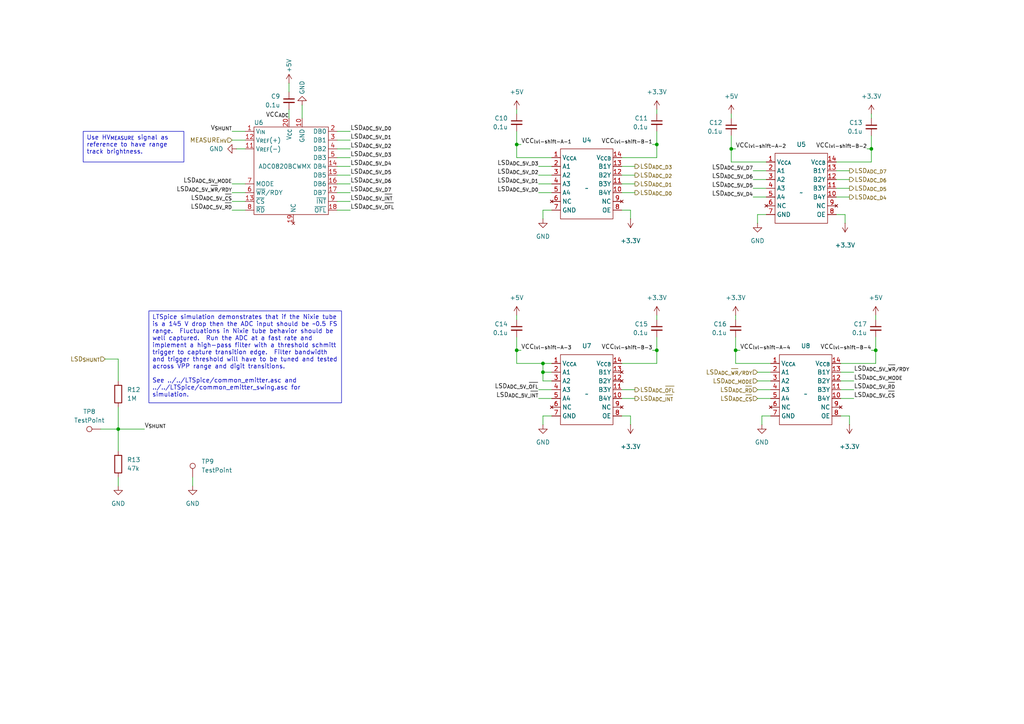
<source format=kicad_sch>
(kicad_sch (version 20231120) (generator "eeschema") (generator_version "8.0")
  (paper "A4")
  (title_block (title "Nixie Accurate Clock") (date "2024-03-24") (rev "B") (company "Paul Willis"))
  (lib_symbols
    (symbol "+3.3V_3" (power) (pin_numbers hide) (pin_names (offset 0) hide)
      (property "Value" "+3.3V" (at 0 3.556 0))
      (symbol "+3.3V_3_0_1"
        (polyline (pts (xy -0.762 1.27) (xy 0 2.54)))
        (polyline (pts (xy 0 0) (xy 0 2.54)))
        (polyline (pts (xy 0 2.54) (xy 0.762 1.27)))
      )
      (symbol "+3.3V_3_1_1"
        (pin power_in line (at 0 0 90) (length 0) (name "~") (number "1"))
      )
    )
    (symbol "+3.3V_6" (power) (pin_numbers hide) (pin_names (offset 0) hide)
      (property "Value" "+3.3V" (at 0 3.556 0))
      (symbol "+3.3V_6_0_1"
        (polyline (pts (xy -0.762 1.27) (xy 0 2.54)))
        (polyline (pts (xy 0 0) (xy 0 2.54)))
        (polyline (pts (xy 0 2.54) (xy 0.762 1.27)))
      )
      (symbol "+3.3V_6_1_1"
        (pin power_in line (at 0 0 90) (length 0) (name "~") (number "1"))
      )
    )
    (symbol "+5V_1" (power) (pin_numbers hide) (pin_names (offset 0) hide)
      (property "Value" "+5V" (at 0 3.556 0))
      (symbol "+5V_1_0_1"
        (polyline (pts (xy -0.762 1.27) (xy 0 2.54)))
        (polyline (pts (xy 0 0) (xy 0 2.54)))
        (polyline (pts (xy 0 2.54) (xy 0.762 1.27)))
      )
      (symbol "+5V_1_1_1"
        (pin power_in line (at 0 0 90) (length 0) (name "~") (number "1"))
      )
    )
    (symbol "+5V_3" (power) (pin_numbers hide) (pin_names (offset 0) hide)
      (property "Value" "+5V" (at 0 3.556 0))
      (symbol "+5V_3_0_1"
        (polyline (pts (xy -0.762 1.27) (xy 0 2.54)))
        (polyline (pts (xy 0 0) (xy 0 2.54)))
        (polyline (pts (xy 0 2.54) (xy 0.762 1.27)))
      )
      (symbol "+5V_3_1_1"
        (pin power_in line (at 0 0 90) (length 0) (name "~") (number "1"))
      )
    )
    (symbol "00_lib:ADC0820-N"
      (property "Reference" "U" (at 1.27 26.67 0))
      (property "Value" "ADC0820BCWMX" (at 8.89 13.97 0))
      (symbol "ADC0820-N_0_1"
        (rectangle (start 0 25.4) (end 21.59 0))
      )
      (symbol "ADC0820-N_1_1"
        (pin input line (at -2.54 24.13 0) (length 2.54) (name "V_{IN}") (number "1"))
        (pin power_in line (at 13.97 27.94 270) (length 2.54) (name "GND") (number "10"))
        (pin input line (at -2.54 19.05 0) (length 2.54) (name "V_{REF}(-)") (number "11"))
        (pin input line (at -2.54 21.59 0) (length 2.54) (name "V_{REF}(+)") (number "12"))
        (pin input line (at -2.54 3.81 0) (length 2.54) (name "~{CS}") (number "13"))
        (pin output line (at 24.13 13.97 180) (length 2.54) (name "DB4") (number "14"))
        (pin output line (at 24.13 11.43 180) (length 2.54) (name "DB5") (number "15"))
        (pin output line (at 24.13 8.89 180) (length 2.54) (name "DB6") (number "16"))
        (pin output line (at 24.13 6.35 180) (length 2.54) (name "DB7") (number "17"))
        (pin output line (at 24.13 1.27 180) (length 2.54) (name "~{OFL}") (number "18"))
        (pin no_connect line (at 11.43 -2.54 90) (length 2.54) (name "NC") (number "19"))
        (pin output line (at 24.13 24.13 180) (length 2.54) (name "DB0") (number "2"))
        (pin power_in line (at 10.16 27.94 270) (length 2.54) (name "V_{CC}") (number "20"))
        (pin output line (at 24.13 21.59 180) (length 2.54) (name "DB1") (number "3"))
        (pin output line (at 24.13 19.05 180) (length 2.54) (name "DB2") (number "4"))
        (pin output line (at 24.13 16.51 180) (length 2.54) (name "DB3") (number "5"))
        (pin input line (at -2.54 6.35 0) (length 2.54) (name "~{WR}/RDY") (number "6"))
        (pin input line (at -2.54 8.89 0) (length 2.54) (name "MODE") (number "7"))
        (pin input line (at -2.54 1.27 0) (length 2.54) (name "~{RD}") (number "8"))
        (pin output line (at 24.13 3.81 180) (length 2.54) (name "~{INT}") (number "9"))
      )
    )
    (symbol "00_lib:TXU0104PWR"
      (property "Reference" "U" (at -7.62 11.43 0))
      (symbol "TXU0104PWR_0_1"
        (rectangle (start -7.62 10.16) (end 7.62 -10.16))
      )
      (symbol "TXU0104PWR_1_1"
        (pin power_in line (at -10.16 7.62 0) (length 2.54) (name "V_{CCA}") (number "1"))
        (pin output line (at 10.16 -2.54 180) (length 2.54) (name "B4Y") (number "10"))
        (pin output line (at 10.16 0 180) (length 2.54) (name "B3Y") (number "11"))
        (pin output line (at 10.16 2.54 180) (length 2.54) (name "B2Y") (number "12"))
        (pin output line (at 10.16 5.08 180) (length 2.54) (name "B1Y") (number "13"))
        (pin power_in line (at 10.16 7.62 180) (length 2.54) (name "V_{CCB}") (number "14"))
        (pin input line (at -10.16 5.08 0) (length 2.54) (name "A1") (number "2"))
        (pin input line (at -10.16 2.54 0) (length 2.54) (name "A2") (number "3"))
        (pin input line (at -10.16 0 0) (length 2.54) (name "A3") (number "4"))
        (pin input line (at -10.16 -2.54 0) (length 2.54) (name "A4") (number "5"))
        (pin no_connect line (at -10.16 -5.08 0) (length 2.54) (name "NC") (number "6"))
        (pin power_in line (at -10.16 -7.62 0) (length 2.54) (name "GND") (number "7"))
        (pin input line (at 10.16 -7.62 180) (length 2.54) (name "OE") (number "8"))
        (pin no_connect line (at 10.16 -5.08 180) (length 2.54) (name "NC") (number "9"))
      )
    )
    (symbol "C_Small_5" (pin_numbers hide) (pin_names (offset 0.254) hide)
      (property "Reference" "C9" (at -2.54 1.2637 0))
      (property "Value" "0.1u" (at -2.54 -1.2763 0))
      (symbol "C_Small_5_0_1"
        (polyline (pts (xy -1.524 -0.508) (xy 1.524 -0.508)) (stroke (width 0.3302)))
        (polyline (pts (xy -1.524 0.508) (xy 1.524 0.508)) (stroke (width 0.3048)))
      )
      (symbol "C_Small_5_1_1"
        (pin passive line (at 0 2.54 270) (length 2.032) (name "~") (number "1"))
        (pin power_out line (at 0 -2.54 90) (length 2.032) (name "~") (number "2"))
      )
    )
    (symbol "Connector:TestPoint" (pin_numbers hide) (pin_names (offset 0.762) hide)
      (property "Reference" "TP" (at 0 6.858 0))
      (property "Value" "TestPoint" (at 0 5.08 0))
      (symbol "TestPoint_0_1"
        (circle (center 0 3.302) (radius 0.762))
      )
      (symbol "TestPoint_1_1"
        (pin passive line (at 0 0 90) (length 2.54) (name "1") (number "1"))
      )
    )
    (symbol "Device:R" (pin_numbers hide) (pin_names (offset 0))
      (property "Reference" "R" (at 2.032 0 90))
      (property "Value" "R" (at 0 0 90))
      (symbol "R_0_1"
        (rectangle (start -1.016 -2.54) (end 1.016 2.54) (stroke (width 0.254)))
      )
      (symbol "R_1_1"
        (pin passive line (at 0 3.81 270) (length 1.27) (name "~") (number "1"))
        (pin passive line (at 0 -3.81 90) (length 1.27) (name "~") (number "2"))
      )
    )
    (symbol "GND_1" (power) (pin_numbers hide) (pin_names (offset 0) hide)
      (property "Value" "GND" (at 0 -3.81 0))
      (symbol "GND_1_0_1"
        (polyline (pts (xy 0 0) (xy 0 -1.27) (xy 1.27 -1.27) (xy 0 -2.54) (xy -1.27 -1.27) (xy 0 -1.27)))
      )
      (symbol "GND_1_1_1"
        (pin power_in line (at 0 0 270) (length 0) (name "~") (number "1"))
      )
    )
    (symbol "GND_5" (power) (pin_numbers hide) (pin_names (offset 0) hide)
      (property "Value" "GND" (at 0 -3.81 0))
      (symbol "GND_5_0_1"
        (polyline (pts (xy 0 0) (xy 0 -1.27) (xy 1.27 -1.27) (xy 0 -2.54) (xy -1.27 -1.27) (xy 0 -1.27)))
      )
      (symbol "GND_5_1_1"
        (pin power_in line (at 0 0 270) (length 0) (name "~") (number "1"))
      )
    )
    (symbol "TXU0104PWR_1"
      (property "Reference" "U9" (at 0 12.7 0))
      (property "Value" "~" (at 0 -1.27 0))
      (symbol "TXU0104PWR_1_0_1"
        (rectangle (start -7.62 10.16) (end 7.62 -10.16))
      )
      (symbol "TXU0104PWR_1_1_1"
        (pin power_in line (at -10.16 7.62 0) (length 2.54) (name "V_{CCA}") (number "1"))
        (pin output line (at 10.16 -2.54 180) (length 2.54) (name "B4Y") (number "10"))
        (pin output line (at 10.16 0 180) (length 2.54) (name "B3Y") (number "11"))
        (pin no_connect line (at 10.16 2.54 180) (length 2.54) (name "B2Y") (number "12"))
        (pin no_connect line (at 10.16 5.08 180) (length 2.54) (name "B1Y") (number "13"))
        (pin power_in line (at 10.16 7.62 180) (length 2.54) (name "V_{CCB}") (number "14"))
        (pin input line (at -10.16 5.08 0) (length 2.54) (name "A1") (number "2"))
        (pin input line (at -10.16 2.54 0) (length 2.54) (name "A2") (number "3"))
        (pin input line (at -10.16 0 0) (length 2.54) (name "A3") (number "4"))
        (pin input line (at -10.16 -2.54 0) (length 2.54) (name "A4") (number "5"))
        (pin no_connect line (at -10.16 -5.08 0) (length 2.54) (name "NC") (number "6"))
        (pin power_in line (at -10.16 -7.62 0) (length 2.54) (name "GND") (number "7"))
        (pin input line (at 10.16 -7.62 180) (length 2.54) (name "OE") (number "8"))
        (pin no_connect line (at 10.16 -5.08 180) (length 2.54) (name "NC") (number "9"))
      )
    )
    (symbol "power:+3.3V" (power) (pin_numbers hide) (pin_names (offset 0) hide)
      (property "Value" "+3.3V" (at 0 3.556 0))
      (symbol "+3.3V_0_1"
        (polyline (pts (xy -0.762 1.27) (xy 0 2.54)))
        (polyline (pts (xy 0 0) (xy 0 2.54)))
        (polyline (pts (xy 0 2.54) (xy 0.762 1.27)))
      )
      (symbol "+3.3V_1_1"
        (pin power_in line (at 0 0 90) (length 0) (name "~") (number "1"))
      )
    )
    (symbol "power:+5V" (power) (pin_numbers hide) (pin_names (offset 0) hide)
      (property "Value" "+5V" (at 0 3.556 0))
      (symbol "+5V_0_1"
        (polyline (pts (xy -0.762 1.27) (xy 0 2.54)))
        (polyline (pts (xy 0 0) (xy 0 2.54)))
        (polyline (pts (xy 0 2.54) (xy 0.762 1.27)))
      )
      (symbol "+5V_1_1"
        (pin power_in line (at 0 0 90) (length 0) (name "~") (number "1"))
      )
    )
    (symbol "power:GND" (power) (pin_numbers hide) (pin_names (offset 0) hide)
      (property "Value" "GND" (at 0 -3.81 0))
      (symbol "GND_0_1"
        (polyline (pts (xy 0 0) (xy 0 -1.27) (xy 1.27 -1.27) (xy 0 -2.54) (xy -1.27 -1.27) (xy 0 -1.27)))
      )
      (symbol "GND_1_1"
        (pin power_in line (at 0 0 270) (length 0) (name "~") (number "1"))
      )
    )
  )
  (junction (at 157.48 105.41))
  (junction (at 190.5 101.6))
  (junction (at 149.86 41.91))
  (junction (at 190.5 41.91))
  (junction (at 157.48 107.95))
  (junction (at 254 101.6))
  (junction (at 149.86 101.6))
  (junction (at 212.09 43.18))
  (junction (at 34.29 124.46))
  (junction (at 213.36 101.6))
  (junction (at 252.73 43.18))
  (wire (pts (xy 157.48 60.96) (xy 160.02 60.96)))
  (wire (pts (xy 254 91.44) (xy 254 92.71)))
  (wire (pts (xy 190.5 45.72) (xy 180.34 45.72)))
  (wire (pts (xy 213.36 101.6) (xy 213.36 105.41)))
  (wire (pts (xy 34.29 118.11) (xy 34.29 124.46)))
  (wire (pts (xy 182.88 63.5) (xy 182.88 60.96)))
  (wire (pts (xy 190.5 91.44) (xy 190.5 92.71)))
  (wire (pts (xy 97.79 45.72) (xy 101.6 45.72)))
  (wire (pts (xy 247.65 115.57) (xy 243.84 115.57)))
  (wire (pts (xy 30.48 104.14) (xy 34.29 104.14)))
  (wire (pts (xy 254 101.6) (xy 254 105.41)))
  (wire (pts (xy 252.73 33.02) (xy 252.73 34.29)))
  (wire (pts (xy 156.21 55.88) (xy 160.02 55.88)))
  (wire (pts (xy 67.31 53.34) (xy 71.12 53.34)))
  (wire (pts (xy 243.84 107.95) (xy 247.65 107.95)))
  (wire (pts (xy 67.31 40.64) (xy 71.12 40.64)))
  (wire (pts (xy 218.44 52.07) (xy 222.25 52.07)))
  (wire (pts (xy 212.09 39.37) (xy 212.09 43.18)))
  (wire (pts (xy 212.09 43.18) (xy 212.09 46.99)))
  (wire (pts (xy 246.38 120.65) (xy 243.84 120.65)))
  (wire (pts (xy 149.86 41.91) (xy 149.86 45.72)))
  (wire (pts (xy 83.82 31.75) (xy 83.82 34.29)))
  (wire (pts (xy 67.31 60.96) (xy 71.12 60.96)))
  (wire (pts (xy 149.86 31.75) (xy 149.86 33.02)))
  (wire (pts (xy 190.5 101.6) (xy 190.5 105.41)))
  (wire (pts (xy 214.63 101.6) (xy 213.36 101.6)))
  (wire (pts (xy 189.23 101.6) (xy 190.5 101.6)))
  (wire (pts (xy 156.21 53.34) (xy 160.02 53.34)))
  (wire (pts (xy 157.48 63.5) (xy 157.48 60.96)))
  (wire (pts (xy 156.21 50.8) (xy 160.02 50.8)))
  (wire (pts (xy 34.29 124.46) (xy 41.91 124.46)))
  (wire (pts (xy 34.29 104.14) (xy 34.29 110.49)))
  (wire (pts (xy 149.86 97.79) (xy 149.86 101.6)))
  (wire (pts (xy 149.86 101.6) (xy 149.86 105.41)))
  (wire (pts (xy 182.88 60.96) (xy 180.34 60.96)))
  (wire (pts (xy 190.5 41.91) (xy 190.5 45.72)))
  (wire (pts (xy 220.98 123.19) (xy 220.98 120.65)))
  (wire (pts (xy 252.73 39.37) (xy 252.73 43.18)))
  (wire (pts (xy 222.25 46.99) (xy 212.09 46.99)))
  (wire (pts (xy 149.86 105.41) (xy 157.48 105.41)))
  (wire (pts (xy 242.57 52.07) (xy 246.38 52.07)))
  (wire (pts (xy 223.52 105.41) (xy 213.36 105.41)))
  (wire (pts (xy 219.71 110.49) (xy 223.52 110.49)))
  (wire (pts (xy 97.79 50.8) (xy 101.6 50.8)))
  (wire (pts (xy 34.29 138.43) (xy 34.29 140.97)))
  (wire (pts (xy 160.02 45.72) (xy 149.86 45.72)))
  (wire (pts (xy 156.21 115.57) (xy 160.02 115.57)))
  (wire (pts (xy 245.11 64.77) (xy 245.11 62.23)))
  (wire (pts (xy 160.02 105.41) (xy 157.48 105.41)))
  (wire (pts (xy 190.5 31.75) (xy 190.5 33.02)))
  (wire (pts (xy 180.34 53.34) (xy 184.15 53.34)))
  (wire (pts (xy 251.46 43.18) (xy 252.73 43.18)))
  (wire (pts (xy 157.48 107.95) (xy 160.02 107.95)))
  (wire (pts (xy 218.44 54.61) (xy 222.25 54.61)))
  (wire (pts (xy 219.71 107.95) (xy 223.52 107.95)))
  (wire (pts (xy 213.36 91.44) (xy 213.36 92.71)))
  (wire (pts (xy 218.44 57.15) (xy 222.25 57.15)))
  (wire (pts (xy 151.13 41.91) (xy 149.86 41.91)))
  (wire (pts (xy 252.73 101.6) (xy 254 101.6)))
  (wire (pts (xy 252.73 46.99) (xy 242.57 46.99)))
  (wire (pts (xy 97.79 55.88) (xy 101.6 55.88)))
  (wire (pts (xy 97.79 53.34) (xy 101.6 53.34)))
  (wire (pts (xy 156.21 48.26) (xy 160.02 48.26)))
  (wire (pts (xy 180.34 113.03) (xy 184.15 113.03)))
  (wire (pts (xy 55.88 140.97) (xy 55.88 138.43)))
  (wire (pts (xy 190.5 105.41) (xy 180.34 105.41)))
  (wire (pts (xy 180.34 50.8) (xy 184.15 50.8)))
  (wire (pts (xy 180.34 55.88) (xy 184.15 55.88)))
  (wire (pts (xy 190.5 97.79) (xy 190.5 101.6)))
  (wire (pts (xy 180.34 48.26) (xy 184.15 48.26)))
  (wire (pts (xy 97.79 48.26) (xy 101.6 48.26)))
  (wire (pts (xy 97.79 43.18) (xy 101.6 43.18)))
  (wire (pts (xy 97.79 38.1) (xy 101.6 38.1)))
  (wire (pts (xy 242.57 57.15) (xy 246.38 57.15)))
  (wire (pts (xy 151.13 101.6) (xy 149.86 101.6)))
  (wire (pts (xy 243.84 110.49) (xy 247.65 110.49)))
  (wire (pts (xy 157.48 123.19) (xy 157.48 120.65)))
  (wire (pts (xy 34.29 124.46) (xy 34.29 130.81)))
  (wire (pts (xy 156.21 113.03) (xy 160.02 113.03)))
  (wire (pts (xy 252.73 43.18) (xy 252.73 46.99)))
  (wire (pts (xy 67.31 58.42) (xy 71.12 58.42)))
  (wire (pts (xy 87.63 30.48) (xy 87.63 34.29)))
  (wire (pts (xy 182.88 120.65) (xy 180.34 120.65)))
  (wire (pts (xy 212.09 33.02) (xy 212.09 34.29)))
  (wire (pts (xy 218.44 49.53) (xy 222.25 49.53)))
  (wire (pts (xy 67.31 55.88) (xy 71.12 55.88)))
  (wire (pts (xy 219.71 62.23) (xy 222.25 62.23)))
  (wire (pts (xy 219.71 113.03) (xy 223.52 113.03)))
  (wire (pts (xy 220.98 120.65) (xy 223.52 120.65)))
  (wire (pts (xy 180.34 115.57) (xy 184.15 115.57)))
  (wire (pts (xy 213.36 97.79) (xy 213.36 101.6)))
  (wire (pts (xy 149.86 38.1) (xy 149.86 41.91)))
  (wire (pts (xy 219.71 64.77) (xy 219.71 62.23)))
  (wire (pts (xy 242.57 49.53) (xy 246.38 49.53)))
  (wire (pts (xy 157.48 107.95) (xy 157.48 105.41)))
  (wire (pts (xy 101.6 58.42) (xy 97.79 58.42)))
  (wire (pts (xy 68.58 43.18) (xy 71.12 43.18)))
  (wire (pts (xy 83.82 24.13) (xy 83.82 26.67)))
  (wire (pts (xy 219.71 115.57) (xy 223.52 115.57)))
  (wire (pts (xy 246.38 123.19) (xy 246.38 120.65)))
  (wire (pts (xy 254 105.41) (xy 243.84 105.41)))
  (wire (pts (xy 190.5 38.1) (xy 190.5 41.91)))
  (wire (pts (xy 97.79 40.64) (xy 101.6 40.64)))
  (wire (pts (xy 189.23 41.91) (xy 190.5 41.91)))
  (wire (pts (xy 182.88 123.19) (xy 182.88 120.65)))
  (wire (pts (xy 242.57 54.61) (xy 246.38 54.61)))
  (wire (pts (xy 213.36 43.18) (xy 212.09 43.18)))
  (wire (pts (xy 245.11 62.23) (xy 242.57 62.23)))
  (wire (pts (xy 243.84 113.03) (xy 247.65 113.03)))
  (wire (pts (xy 157.48 120.65) (xy 160.02 120.65)))
  (wire (pts (xy 254 97.79) (xy 254 101.6)))
  (wire (pts (xy 67.31 38.1) (xy 71.12 38.1)))
  (wire (pts (xy 29.21 124.46) (xy 34.29 124.46)))
  (wire (pts (xy 157.48 110.49) (xy 160.02 110.49)))
  (wire (pts (xy 97.79 60.96) (xy 101.6 60.96)))
  (wire (pts (xy 157.48 110.49) (xy 157.48 107.95)))
  (wire (pts (xy 149.86 91.44) (xy 149.86 92.71)))
  (text_box "Use HV_{MEASURE} signal as reference to have range track brightness." (at 24.13 38.1 0) (size 29.21 8.89) (effects (font (size 1.27 1.27)) (justify left top)))
  (text_box "LTSpice simulation demonstrates that if the Nixie tube is a 145 V drop then the ADC input should be ~0.5 FS range.  Fluctuations in Nixie tube behavior should be well captured.  Run the ADC at a fast rate and implement a high-pass filter with a threshold schmitt trigger to capture transition edge.  Filter bandwidth and trigger threshold will have to be tuned and tested across VPP range and digit transitions.\n\nSee ../../LTSpice/common_emitter.asc and ../../LTSpice/common_emitter_swing.asc for simulation." (at 43.18 90.17 0) (size 55.88 26.67) (effects (font (size 1.27 1.27)) (justify left top)))
  (label "LSD_{ADC_5V_~{RD}}" (at 247.65 113.03 0))
  (label "LSD_{ADC_5V_D6}" (at 101.6 53.34 0))
  (label "LSD_{ADC_5V_D1}" (at 156.21 53.34 180))
  (label "LSD_{ADC_5V_MODE}" (at 67.31 53.34 180))
  (label "LSD_{ADC_5V_D2}" (at 101.6 43.18 0))
  (label "LSD_{ADC_5V_~{OFL}}" (at 101.6 60.96 0))
  (label "VCC_{lvl-shift-B-1}" (at 189.23 41.91 180))
  (label "LSD_{ADC_5V_D2}" (at 156.21 50.8 180))
  (label "VCC_{lvl-shift-B-2}" (at 251.46 43.18 180))
  (label "LSD_{ADC_5V_~{CS}}" (at 247.65 115.57 0))
  (label "LSD_{ADC_5V_D5}" (at 101.6 50.8 0))
  (label "LSD_{ADC_5V_D0}" (at 156.21 55.88 180))
  (label "LSD_{ADC_5V_D0}" (at 101.6 38.1 0))
  (label "V_{SHUNT}" (at 41.91 124.46 0))
  (label "VCC_{lvl-shift-A-3}" (at 151.13 101.6 0))
  (label "VCC_{lvl-shift-B-4}" (at 252.73 101.6 180))
  (label "LSD_{ADC_5V_D6}" (at 218.44 52.07 180))
  (label "VCC_{lvl-shift-A-4}" (at 214.63 101.6 0))
  (label "LSD_{ADC_5V_D3}" (at 156.21 48.26 180))
  (label "LSD_{ADC_5V_D7}" (at 101.6 55.88 0))
  (label "LSD_{ADC_5V_D4}" (at 101.6 48.26 0))
  (label "LSD_{ADC_5V_~{WR}{slash}RDY}" (at 67.31 55.88 180))
  (label "LSD_{ADC_5V_~{CS}}" (at 67.31 58.42 180))
  (label "LSD_{ADC_5V_D5}" (at 218.44 54.61 180))
  (label "VCC_{lvl-shift-B-3}" (at 189.23 101.6 180))
  (label "LSD_{ADC_5V_D4}" (at 218.44 57.15 180))
  (label "VCC_{lvl-shift-A-2}" (at 213.36 43.18 0))
  (label "LSD_{ADC_5V_MODE}" (at 247.65 110.49 0))
  (label "VCC_{lvl-shift-A-1}" (at 151.13 41.91 0))
  (label "LSD_{ADC_5V_~{INT}}" (at 156.21 115.57 180))
  (label "LSD_{ADC_5V_~{RD}}" (at 67.31 60.96 180))
  (label "LSD_{ADC_5V_D1}" (at 101.6 40.64 0))
  (label "V_{SHUNT}" (at 67.31 38.1 180))
  (label "LSD_{ADC_5V_~{WR}{slash}RDY}" (at 247.65 107.95 0))
  (label "LSD_{ADC_5V_~{INT}}" (at 101.6 58.42 0))
  (label "LSD_{ADC_5V_~{OFL}}" (at 156.21 113.03 180))
  (label "LSD_{ADC_5V_D7}" (at 218.44 49.53 180))
  (label "LSD_{ADC_5V_D3}" (at 101.6 45.72 0))
  (label "VCC_{ADC}" (at 83.82 34.29 180))
  (hierarchical_label "LSD_{ADC_~{OFL}}" (shape output) (at 184.15 113.03 0))
  (hierarchical_label "MEASURE_{HV}" (shape input) (at 67.31 40.64 180))
  (hierarchical_label "LSD_{ADC_D6}" (shape output) (at 246.38 52.07 0))
  (hierarchical_label "LSD_{ADC_~{CS}}" (shape input) (at 219.71 115.57 180))
  (hierarchical_label "LSD_{ADC_D1}" (shape output) (at 184.15 53.34 0))
  (hierarchical_label "LSD_{ADC_~{RD}}" (shape input) (at 219.71 113.03 180))
  (hierarchical_label "LSD_{ADC_D2}" (shape output) (at 184.15 50.8 0))
  (hierarchical_label "LSD_{ADC_D5}" (shape output) (at 246.38 54.61 0))
  (hierarchical_label "LSD_{ADC_~{WR}{slash}RDY}" (shape input) (at 219.71 107.95 180))
  (hierarchical_label "LSD_{ADC_MODE}" (shape input) (at 219.71 110.49 180))
  (hierarchical_label "LSD_{SHUNT}" (shape input) (at 30.48 104.14 180))
  (hierarchical_label "LSD_{ADC_D7}" (shape output) (at 246.38 49.53 0))
  (hierarchical_label "LSD_{ADC_D4}" (shape output) (at 246.38 57.15 0))
  (hierarchical_label "LSD_{ADC_D3}" (shape output) (at 184.15 48.26 0))
  (hierarchical_label "LSD_{ADC_~{INT}}" (shape output) (at 184.15 115.57 0))
  (hierarchical_label "LSD_{ADC_D0}" (shape output) (at 184.15 55.88 0))
  (symbol (lib_name "C_Small_5") (lib_id "Device:C_Small") (at 83.82 29.21 0) (unit 1)
    (property "Reference" "C9" (at 81.28 27.9463 0) (effects (justify right)))
    (property "Value" "0.1u" (at 81.28 30.4863 0) (effects (justify right)))
    (property "Footprint" "Capacitor_SMD:C_0603_1608Metric" (effects (hide yes)))
    (property "Datasheet" "https://mm.digikey.com/Volume0/opasdata/d220001/medias/docus/609/CL10A105KA8NNNC_Spec.pdf" (effects (hide yes)))
    (property "Description" "Unpolarized capacitor, small symbol" (effects (hide yes)))
    (property "Model" "CL10B104KB8NNWC" (effects (hide yes)))
    (property "Price" "0.10" (effects (hide yes)))
    (property "Digikey link" "https://www.digikey.com/en/products/detail/samsung-electro-mechanics/CL10A105KA8NNNC/3886760" (effects (hide yes)))
    (property "Mouser link" "https://www.mouser.com/ProductDetail/Samsung-Electro-Mechanics/CL10A105KA8NNNC?qs=hqM3L16%252BxldY%252BnK4KzDJVg%3D%3D" (effects (hide yes)))
  )
  (symbol (lib_name "C_Small_5") (lib_id "Device:C_Small") (at 190.5 95.25 0) (unit 1)
    (property "Reference" "C15" (at 187.96 93.9863 0) (effects (justify right)))
    (property "Value" "0.1u" (at 187.96 96.5263 0) (effects (justify right)))
    (property "Footprint" "Capacitor_SMD:C_0603_1608Metric" (effects (hide yes)))
    (property "Datasheet" "https://mm.digikey.com/Volume0/opasdata/d220001/medias/docus/609/CL10A105KA8NNNC_Spec.pdf" (effects (hide yes)))
    (property "Description" "Unpolarized capacitor, small symbol" (effects (hide yes)))
    (property "Model" "CL10B104KB8NNWC" (effects (hide yes)))
    (property "Price" "0.10" (effects (hide yes)))
    (property "Digikey link" "https://www.digikey.com/en/products/detail/samsung-electro-mechanics/CL10A105KA8NNNC/3886760" (effects (hide yes)))
    (property "Mouser link" "https://www.mouser.com/ProductDetail/Samsung-Electro-Mechanics/CL10A105KA8NNNC?qs=hqM3L16%252BxldY%252BnK4KzDJVg%3D%3D" (effects (hide yes)))
  )
  (symbol (lib_id "power:+3.3V") (at 182.88 123.19 180) (unit 1)
    (property "Reference" "#PWR096" (effects (hide yes)))
    (property "Value" "+3.3V" (at 182.88 129.54 0))
    (property "Description" "Power symbol creates a global label with name \"+3.3V\"" (effects (hide yes)))
  )
  (symbol (lib_name "C_Small_5") (lib_id "Device:C_Small") (at 212.09 36.83 0) (unit 1)
    (property "Reference" "C12" (at 209.55 35.5663 0) (effects (justify right)))
    (property "Value" "0.1u" (at 209.55 38.1063 0) (effects (justify right)))
    (property "Footprint" "Capacitor_SMD:C_0603_1608Metric" (effects (hide yes)))
    (property "Datasheet" "https://mm.digikey.com/Volume0/opasdata/d220001/medias/docus/609/CL10A105KA8NNNC_Spec.pdf" (effects (hide yes)))
    (property "Description" "Unpolarized capacitor, small symbol" (effects (hide yes)))
    (property "Model" "CL10B104KB8NNWC" (effects (hide yes)))
    (property "Price" "0.10" (effects (hide yes)))
    (property "Digikey link" "https://www.digikey.com/en/products/detail/samsung-electro-mechanics/CL10A105KA8NNNC/3886760" (effects (hide yes)))
    (property "Mouser link" "https://www.mouser.com/ProductDetail/Samsung-Electro-Mechanics/CL10A105KA8NNNC?qs=hqM3L16%252BxldY%252BnK4KzDJVg%3D%3D" (effects (hide yes)))
  )
  (symbol (lib_id "Device:R") (at 34.29 114.3 180) (unit 1)
    (property "Reference" "R12" (at 36.83 113.03 0) (effects (justify right)))
    (property "Value" "1M" (at 36.83 115.57 0) (effects (justify right)))
    (property "Footprint" "Resistor_SMD:R_0603_1608Metric" (effects (hide yes)))
    (property "Datasheet" "https://www.seielect.com/catalog/sei-rmcf_rmcp.pdf" (effects (hide yes)))
    (property "Description" "Resistor" (effects (hide yes)))
    (property "Model" "RMCF0603FT1M00" (effects (hide yes)))
    (property "Price" "0.10" (effects (hide yes)))
    (property "Digikey link" "https://www.digikey.com/en/products/detail/stackpole-electronics-inc/RMCF0603FT1M00/1761036" (effects (hide yes)))
    (property "Mouser link" "https://www.mouser.com/ProductDetail/SEI-Stackpole/RMCF0603FT1M00?qs=FESYatJ8odJNClY0wUC1cg%3D%3D" (effects (hide yes)))
  )
  (symbol (lib_name "+3.3V_3") (lib_id "power:+3.3V") (at 190.5 31.75 0) (unit 1)
    (property "Reference" "#PWR083" (effects (hide yes)))
    (property "Value" "+3.3V" (at 190.5 26.67 0))
    (property "Description" "Power symbol creates a global label with name \"+3.3V\"" (effects (hide yes)))
  )
  (symbol (lib_name "GND_1") (lib_id "power:GND") (at 34.29 140.97 0) (unit 1)
    (property "Reference" "#PWR099" (effects (hide yes)))
    (property "Value" "GND" (at 34.29 146.05 0))
    (property "Description" "Power symbol creates a global label with name \"GND\" , ground" (effects (hide yes)))
  )
  (symbol (lib_id "power:GND") (at 87.63 30.48 180) (unit 1)
    (property "Reference" "#PWR081" (effects (hide yes)))
    (property "Value" "GND" (at 87.63 25.4 90))
    (property "Description" "Power symbol creates a global label with name \"GND\" , ground" (effects (hide yes)))
  )
  (symbol (lib_id "power:+5V") (at 149.86 91.44 0) (unit 1)
    (property "Reference" "#PWR091" (effects (hide yes)))
    (property "Value" "+5V" (at 149.86 86.36 0))
    (property "Description" "Power symbol creates a global label with name \"+5V\"" (effects (hide yes)))
  )
  (symbol (lib_id "power:GND") (at 157.48 63.5 0) (unit 1)
    (property "Reference" "#PWR087" (effects (hide yes)))
    (property "Value" "GND" (at 157.48 68.58 0))
    (property "Description" "Power symbol creates a global label with name \"GND\" , ground" (effects (hide yes)))
  )
  (symbol (lib_id "Connector:TestPoint") (at 29.21 124.46 90) (unit 1)
    (property "Reference" "TP8" (at 25.908 119.38 90))
    (property "Value" "TestPoint" (at 25.908 121.92 90))
    (property "Footprint" "00_lib:TestPoint_Keystone_5019_Minature" (effects (hide yes)))
    (property "Datasheet" "https://www.mouser.com/datasheet/2/215/019-743690.pdf" (effects (hide yes)))
    (property "Description" "test point" (effects (hide yes)))
    (property "Model" "5019" (effects (hide yes)))
    (property "Price" "0.33" (effects (hide yes)))
    (property "Digikey link" "https://www.digikey.com/en/products/detail/keystone-electronics/5019/3907343" (effects (hide yes)))
    (property "Mouser link" "https://www.mouser.com/ProductDetail/Keystone-Electronics/5019?qs=wOxb8XianXjjCAsb90Ilzw%3D%3D" (effects (hide yes)))
  )
  (symbol (lib_name "C_Small_5") (lib_id "Device:C_Small") (at 149.86 35.56 0) (unit 1)
    (property "Reference" "C10" (at 147.32 34.2963 0) (effects (justify right)))
    (property "Value" "0.1u" (at 147.32 36.8363 0) (effects (justify right)))
    (property "Footprint" "Capacitor_SMD:C_0603_1608Metric" (effects (hide yes)))
    (property "Datasheet" "https://mm.digikey.com/Volume0/opasdata/d220001/medias/docus/609/CL10A105KA8NNNC_Spec.pdf" (effects (hide yes)))
    (property "Description" "Unpolarized capacitor, small symbol" (effects (hide yes)))
    (property "Model" "CL10B104KB8NNWC" (effects (hide yes)))
    (property "Price" "0.10" (effects (hide yes)))
    (property "Digikey link" "https://www.digikey.com/en/products/detail/samsung-electro-mechanics/CL10A105KA8NNNC/3886760" (effects (hide yes)))
    (property "Mouser link" "https://www.mouser.com/ProductDetail/Samsung-Electro-Mechanics/CL10A105KA8NNNC?qs=hqM3L16%252BxldY%252BnK4KzDJVg%3D%3D" (effects (hide yes)))
  )
  (symbol (lib_name "C_Small_5") (lib_id "Device:C_Small") (at 213.36 95.25 0) (unit 1)
    (property "Reference" "C16" (at 210.82 93.9863 0) (effects (justify right)))
    (property "Value" "0.1u" (at 210.82 96.5263 0) (effects (justify right)))
    (property "Footprint" "Capacitor_SMD:C_0603_1608Metric" (effects (hide yes)))
    (property "Datasheet" "https://mm.digikey.com/Volume0/opasdata/d220001/medias/docus/609/CL10A105KA8NNNC_Spec.pdf" (effects (hide yes)))
    (property "Description" "Unpolarized capacitor, small symbol" (effects (hide yes)))
    (property "Model" "CL10B104KB8NNWC" (effects (hide yes)))
    (property "Price" "0.10" (effects (hide yes)))
    (property "Digikey link" "https://www.digikey.com/en/products/detail/samsung-electro-mechanics/CL10A105KA8NNNC/3886760" (effects (hide yes)))
    (property "Mouser link" "https://www.mouser.com/ProductDetail/Samsung-Electro-Mechanics/CL10A105KA8NNNC?qs=hqM3L16%252BxldY%252BnK4KzDJVg%3D%3D" (effects (hide yes)))
  )
  (symbol (lib_id "power:+3.3V") (at 213.36 91.44 0) (unit 1)
    (property "Reference" "#PWR093" (effects (hide yes)))
    (property "Value" "+3.3V" (at 213.36 86.36 0))
    (property "Description" "Power symbol creates a global label with name \"+3.3V\"" (effects (hide yes)))
  )
  (symbol (lib_name "C_Small_5") (lib_id "Device:C_Small") (at 149.86 95.25 0) (unit 1)
    (property "Reference" "C14" (at 147.32 93.9863 0) (effects (justify right)))
    (property "Value" "0.1u" (at 147.32 96.5263 0) (effects (justify right)))
    (property "Footprint" "Capacitor_SMD:C_0603_1608Metric" (effects (hide yes)))
    (property "Datasheet" "https://mm.digikey.com/Volume0/opasdata/d220001/medias/docus/609/CL10A105KA8NNNC_Spec.pdf" (effects (hide yes)))
    (property "Description" "Unpolarized capacitor, small symbol" (effects (hide yes)))
    (property "Model" "CL10B104KB8NNWC" (effects (hide yes)))
    (property "Price" "0.10" (effects (hide yes)))
    (property "Digikey link" "https://www.digikey.com/en/products/detail/samsung-electro-mechanics/CL10A105KA8NNNC/3886760" (effects (hide yes)))
    (property "Mouser link" "https://www.mouser.com/ProductDetail/Samsung-Electro-Mechanics/CL10A105KA8NNNC?qs=hqM3L16%252BxldY%252BnK4KzDJVg%3D%3D" (effects (hide yes)))
  )
  (symbol (lib_name "C_Small_5") (lib_id "Device:C_Small") (at 254 95.25 0) (unit 1)
    (property "Reference" "C17" (at 251.46 93.9863 0) (effects (justify right)))
    (property "Value" "0.1u" (at 251.46 96.5263 0) (effects (justify right)))
    (property "Footprint" "Capacitor_SMD:C_0603_1608Metric" (effects (hide yes)))
    (property "Datasheet" "https://mm.digikey.com/Volume0/opasdata/d220001/medias/docus/609/CL10A105KA8NNNC_Spec.pdf" (effects (hide yes)))
    (property "Description" "Unpolarized capacitor, small symbol" (effects (hide yes)))
    (property "Model" "CL10B104KB8NNWC" (effects (hide yes)))
    (property "Price" "0.10" (effects (hide yes)))
    (property "Digikey link" "https://www.digikey.com/en/products/detail/samsung-electro-mechanics/CL10A105KA8NNNC/3886760" (effects (hide yes)))
    (property "Mouser link" "https://www.mouser.com/ProductDetail/Samsung-Electro-Mechanics/CL10A105KA8NNNC?qs=hqM3L16%252BxldY%252BnK4KzDJVg%3D%3D" (effects (hide yes)))
  )
  (symbol (lib_id "power:GND") (at 157.48 123.19 0) (unit 1)
    (property "Reference" "#PWR095" (effects (hide yes)))
    (property "Value" "GND" (at 157.48 128.27 0))
    (property "Description" "Power symbol creates a global label with name \"GND\" , ground" (effects (hide yes)))
  )
  (symbol (lib_id "power:GND") (at 220.98 123.19 0) (unit 1)
    (property "Reference" "#PWR097" (effects (hide yes)))
    (property "Value" "GND" (at 220.98 128.27 0))
    (property "Description" "Power symbol creates a global label with name \"GND\" , ground" (effects (hide yes)))
  )
  (symbol (lib_id "power:GND") (at 219.71 64.77 0) (unit 1)
    (property "Reference" "#PWR089" (effects (hide yes)))
    (property "Value" "GND" (at 219.71 69.85 0))
    (property "Description" "Power symbol creates a global label with name \"GND\" , ground" (effects (hide yes)))
  )
  (symbol (lib_id "power:+5V") (at 254 91.44 0) (unit 1)
    (property "Reference" "#PWR094" (effects (hide yes)))
    (property "Value" "+5V" (at 254 86.36 0))
    (property "Description" "Power symbol creates a global label with name \"+5V\"" (effects (hide yes)))
  )
  (symbol (lib_name "+3.3V_6") (lib_id "power:+3.3V") (at 182.88 63.5 180) (unit 1)
    (property "Reference" "#PWR088" (effects (hide yes)))
    (property "Value" "+3.3V" (at 182.88 69.85 0))
    (property "Description" "Power symbol creates a global label with name \"+3.3V\"" (effects (hide yes)))
  )
  (symbol (lib_name "GND_5") (lib_id "power:GND") (at 55.88 140.97 0) (unit 1)
    (property "Reference" "#PWR0100" (effects (hide yes)))
    (property "Value" "GND" (at 55.88 146.05 0))
    (property "Description" "Power symbol creates a global label with name \"GND\" , ground" (effects (hide yes)))
  )
  (symbol (lib_id "00_lib:TXU0104PWR") (at 170.18 53.34 0) (unit 1)
    (property "Reference" "U4" (at 170.18 40.64 0))
    (property "Value" "~" (at 170.18 54.61 0))
    (property "Footprint" "Package_SO:TSSOP-14_4.4x5mm_P0.65mm" (effects (hide yes)))
    (property "Datasheet" "https://www.ti.com/lit/ds/symlink/txu0104.pdf" (effects (hide yes)))
    (property "Description" "4-Bit Fixed Direction Voltage-Level Translator with Schmitt-Trigger Inputs and 3-State Outputs" (effects (hide yes)))
    (property "Price" "0.83" (effects (hide yes)))
    (property "Mouser link" "https://www.mouser.com/ProductDetail/Texas-Instruments/TXU0104PWR?qs=QNEnbhJQKvYcSGbLlthvAQ%3D%3D" (effects (hide yes)))
    (property "Digikey link" "https://www.digikey.com/en/products/detail/texas-instruments/TXU0104PWR/14641439" (effects (hide yes)))
  )
  (symbol (lib_id "power:+5V") (at 212.09 33.02 0) (unit 1)
    (property "Reference" "#PWR084" (effects (hide yes)))
    (property "Value" "+5V" (at 212.09 27.94 0))
    (property "Description" "Power symbol creates a global label with name \"+5V\"" (effects (hide yes)))
  )
  (symbol (lib_name "C_Small_5") (lib_id "Device:C_Small") (at 252.73 36.83 0) (unit 1)
    (property "Reference" "C13" (at 250.19 35.5663 0) (effects (justify right)))
    (property "Value" "0.1u" (at 250.19 38.1063 0) (effects (justify right)))
    (property "Footprint" "Capacitor_SMD:C_0603_1608Metric" (effects (hide yes)))
    (property "Datasheet" "https://mm.digikey.com/Volume0/opasdata/d220001/medias/docus/609/CL10A105KA8NNNC_Spec.pdf" (effects (hide yes)))
    (property "Description" "Unpolarized capacitor, small symbol" (effects (hide yes)))
    (property "Model" "CL10B104KB8NNWC" (effects (hide yes)))
    (property "Price" "0.10" (effects (hide yes)))
    (property "Digikey link" "https://www.digikey.com/en/products/detail/samsung-electro-mechanics/CL10A105KA8NNNC/3886760" (effects (hide yes)))
    (property "Mouser link" "https://www.mouser.com/ProductDetail/Samsung-Electro-Mechanics/CL10A105KA8NNNC?qs=hqM3L16%252BxldY%252BnK4KzDJVg%3D%3D" (effects (hide yes)))
  )
  (symbol (lib_id "power:+3.3V") (at 190.5 91.44 0) (unit 1)
    (property "Reference" "#PWR092" (effects (hide yes)))
    (property "Value" "+3.3V" (at 190.5 86.36 0))
    (property "Description" "Power symbol creates a global label with name \"+3.3V\"" (effects (hide yes)))
  )
  (symbol (lib_name "TXU0104PWR_1") (lib_id "00_lib:TXU0104PWR") (at 170.18 113.03 0) (unit 1)
    (property "Reference" "U7" (at 170.18 100.33 0))
    (property "Value" "~" (at 170.18 114.3 0))
    (property "Footprint" "Package_SO:TSSOP-14_4.4x5mm_P0.65mm" (effects (hide yes)))
    (property "Datasheet" "https://www.ti.com/lit/ds/symlink/txu0104.pdf" (effects (hide yes)))
    (property "Price" "0.83" (effects (hide yes)))
    (property "Mouser link" "https://www.mouser.com/ProductDetail/Texas-Instruments/TXU0104PWR?qs=QNEnbhJQKvYcSGbLlthvAQ%3D%3D" (effects (hide yes)))
    (property "Digikey link" "https://www.digikey.com/en/products/detail/texas-instruments/TXU0104PWR/14641439" (effects (hide yes)))
  )
  (symbol (lib_id "00_lib:TXU0104PWR") (at 232.41 54.61 0) (unit 1)
    (property "Reference" "U5" (at 232.41 41.91 0))
    (property "Value" "~" (at 232.41 55.88 0))
    (property "Footprint" "Package_SO:TSSOP-14_4.4x5mm_P0.65mm" (effects (hide yes)))
    (property "Datasheet" "https://www.ti.com/lit/ds/symlink/txu0104.pdf" (effects (hide yes)))
    (property "Price" "0.83" (effects (hide yes)))
    (property "Mouser link" "https://www.mouser.com/ProductDetail/Texas-Instruments/TXU0104PWR?qs=QNEnbhJQKvYcSGbLlthvAQ%3D%3D" (effects (hide yes)))
    (property "Digikey link" "https://www.digikey.com/en/products/detail/texas-instruments/TXU0104PWR/14641439" (effects (hide yes)))
  )
  (symbol (lib_id "Device:R") (at 34.29 134.62 180) (unit 1)
    (property "Reference" "R13" (at 36.83 133.35 0) (effects (justify right)))
    (property "Value" "47k" (at 36.83 135.89 0) (effects (justify right)))
    (property "Footprint" "Resistor_SMD:R_0603_1608Metric" (effects (hide yes)))
    (property "Datasheet" "https://www.yageo.com/upload/media/product/products/datasheet/rchip/PYu-RC_Group_51_RoHS_L_12.pdf" (effects (hide yes)))
    (property "Description" "Resistor" (effects (hide yes)))
    (property "Model" "RC0603FR-0747KL" (effects (hide yes)))
    (property "Price" "0.10" (effects (hide yes)))
    (property "Digikey link" "https://www.digikey.com/en/products/detail/yageo/RC0603FR-0747KL/727253" (effects (hide yes)))
    (property "Mouser link" "https://www.mouser.com/ProductDetail/YAGEO/RC0603FR-0747KL?qs=gt6vzsuosg3jXzmCiDCCdg%3D%3D" (effects (hide yes)))
  )
  (symbol (lib_name "C_Small_5") (lib_id "Device:C_Small") (at 190.5 35.56 0) (unit 1)
    (property "Reference" "C11" (at 187.96 34.2963 0) (effects (justify right)))
    (property "Value" "0.1u" (at 187.96 36.8363 0) (effects (justify right)))
    (property "Footprint" "Capacitor_SMD:C_0603_1608Metric" (effects (hide yes)))
    (property "Datasheet" "https://mm.digikey.com/Volume0/opasdata/d220001/medias/docus/609/CL10A105KA8NNNC_Spec.pdf" (effects (hide yes)))
    (property "Description" "Unpolarized capacitor, small symbol" (effects (hide yes)))
    (property "Model" "CL10B104KB8NNWC" (effects (hide yes)))
    (property "Price" "0.10" (effects (hide yes)))
    (property "Digikey link" "https://www.digikey.com/en/products/detail/samsung-electro-mechanics/CL10A105KA8NNNC/3886760" (effects (hide yes)))
    (property "Mouser link" "https://www.mouser.com/ProductDetail/Samsung-Electro-Mechanics/CL10A105KA8NNNC?qs=hqM3L16%252BxldY%252BnK4KzDJVg%3D%3D" (effects (hide yes)))
  )
  (symbol (lib_name "+5V_1") (lib_id "power:+5V") (at 149.86 31.75 0) (unit 1)
    (property "Reference" "#PWR082" (effects (hide yes)))
    (property "Value" "+5V" (at 149.86 26.67 0))
    (property "Description" "Power symbol creates a global label with name \"+5V\"" (effects (hide yes)))
  )
  (symbol (lib_id "Connector:TestPoint") (at 55.88 138.43 0) (unit 1)
    (property "Reference" "TP9" (at 58.42 133.858 0) (effects (justify left)))
    (property "Value" "TestPoint" (at 58.42 136.398 0) (effects (justify left)))
    (property "Footprint" "00_lib:TestPoint_Keystone_5019_Minature" (effects (hide yes)))
    (property "Datasheet" "https://www.mouser.com/datasheet/2/215/019-743690.pdf" (effects (hide yes)))
    (property "Description" "test point" (effects (hide yes)))
    (property "Model" "5019" (effects (hide yes)))
    (property "Price" "0.33" (effects (hide yes)))
    (property "Digikey link" "https://www.digikey.com/en/products/detail/keystone-electronics/5019/3907343" (effects (hide yes)))
    (property "Mouser link" "https://www.mouser.com/ProductDetail/Keystone-Electronics/5019?qs=wOxb8XianXjjCAsb90Ilzw%3D%3D" (effects (hide yes)))
  )
  (symbol (lib_id "power:GND") (at 68.58 43.18 270) (unit 1)
    (property "Reference" "#PWR086" (effects (hide yes)))
    (property "Value" "GND" (at 64.77 43.18 90) (effects (justify right)))
    (property "Description" "Power symbol creates a global label with name \"GND\" , ground" (effects (hide yes)))
  )
  (symbol (lib_id "power:+3.3V") (at 252.73 33.02 0) (unit 1)
    (property "Reference" "#PWR085" (effects (hide yes)))
    (property "Value" "+3.3V" (at 252.73 27.94 0))
    (property "Description" "Power symbol creates a global label with name \"+3.3V\"" (effects (hide yes)))
  )
  (symbol (lib_name "+5V_3") (lib_id "power:+5V") (at 83.82 24.13 0) (unit 1)
    (property "Reference" "#PWR080" (effects (hide yes)))
    (property "Value" "+5V" (at 83.82 19.05 90))
    (property "Description" "Power symbol creates a global label with name \"+5V\"" (effects (hide yes)))
  )
  (symbol (lib_id "power:+3.3V") (at 245.11 64.77 180) (unit 1)
    (property "Reference" "#PWR090" (effects (hide yes)))
    (property "Value" "+3.3V" (at 245.11 71.12 0))
    (property "Description" "Power symbol creates a global label with name \"+3.3V\"" (effects (hide yes)))
  )
  (symbol (lib_id "00_lib:TXU0104PWR") (at 233.68 113.03 0) (unit 1)
    (property "Reference" "U8" (at 233.68 100.33 0))
    (property "Value" "~" (at 233.68 114.3 0))
    (property "Footprint" "Package_SO:TSSOP-14_4.4x5mm_P0.65mm" (effects (hide yes)))
    (property "Datasheet" "https://www.ti.com/lit/ds/symlink/txu0104.pdf" (effects (hide yes)))
    (property "Price" "0.83" (effects (hide yes)))
    (property "Mouser link" "https://www.mouser.com/ProductDetail/Texas-Instruments/TXU0104PWR?qs=QNEnbhJQKvYcSGbLlthvAQ%3D%3D" (effects (hide yes)))
    (property "Digikey link" "https://www.digikey.com/en/products/detail/texas-instruments/TXU0104PWR/14641439" (effects (hide yes)))
  )
  (symbol (lib_id "power:+3.3V") (at 246.38 123.19 180) (unit 1)
    (property "Reference" "#PWR098" (effects (hide yes)))
    (property "Value" "+3.3V" (at 246.38 129.54 0))
    (property "Description" "Power symbol creates a global label with name \"+3.3V\"" (effects (hide yes)))
  )
  (symbol (lib_id "00_lib:ADC0820-N") (at 73.66 62.23 0) (unit 1)
    (property "Reference" "U6" (at 73.66 35.56 0) (effects (justify left)))
    (property "Value" "ADC0820BCWMX" (at 74.93 48.26 0) (effects (justify left)))
    (property "Footprint" "Package_SO:SOIC-20W_7.5x12.8mm_P1.27mm" (effects (hide yes)))
    (property "Datasheet" "https://www.ti.com/lit/ds/symlink/adc0820-n.pdf" (effects (hide yes)))
    (property "Description" " 8-Bit High Speed μP Compatible A/D Converter with Track/Hold Function" (effects (hide yes)))
    (property "Model" "ADC0820BCWMX/NOPB" (effects (hide yes)))
    (property "Price" "5.93" (effects (hide yes)))
    (property "Digikey link" "https://www.digikey.com/en/products/detail/texas-instruments/ADC0820BCWMX-NOPB/366281" (effects (hide yes)))
    (property "Mouser link" "https://www.mouser.com/ProductDetail/Texas-Instruments/ADC0820BCWMX-NOPB?qs=7X5t%252BdzoRHBt6RLxd4fqnA%3D%3D" (effects (hide yes)))
  )
)
</source>
